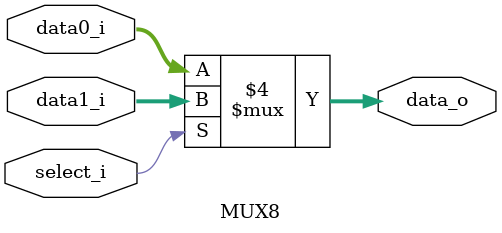
<source format=v>
module MUX8
(
	data0_i, data1_i,
	select_i,
	data_o
);

/* Ports */
input		[7:0]	data0_i, data1_i;
input				select_i;
output	reg	[7:0]	data_o;

/* Multiplexer */
always @(*) begin
	if (select_i == 1'b1)
		data_o <= data1_i;
	else
		data_o <= data0_i;
end

endmodule

</source>
